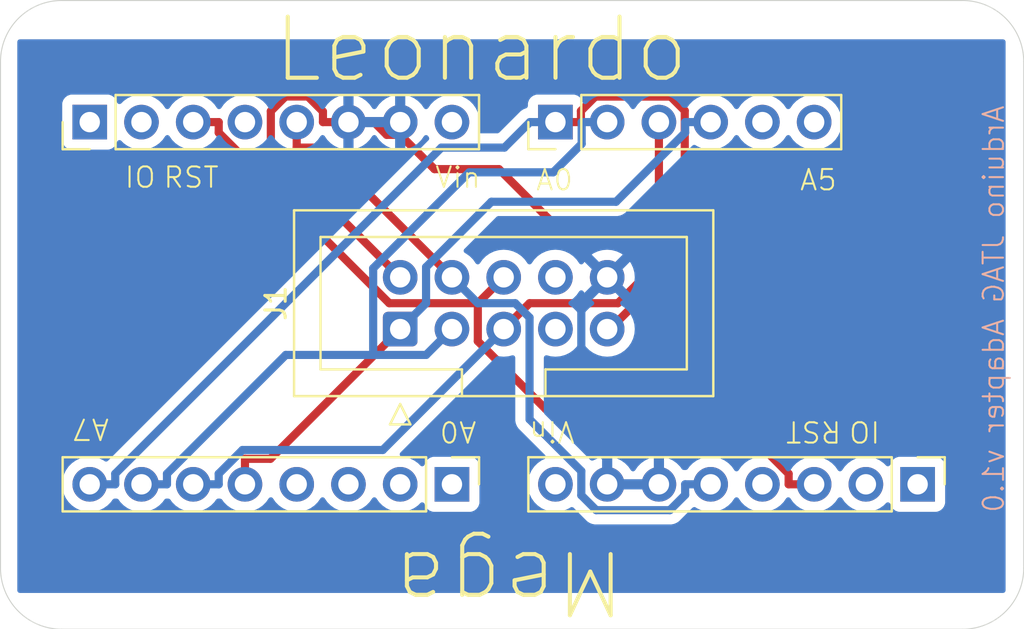
<source format=kicad_pcb>
(kicad_pcb (version 20240108) (generator "pcbnew") (generator_version "8.0")
  (title_block (comment 4 "AISLER Project ID: FUQTLMQN"))
  (layers (0 "F.Cu" signal) (31 "B.Cu" signal) (34 "B.Paste" user) (35 "F.Paste" user) (36 "B.SilkS" user "B.Silkscreen") (37 "F.SilkS" user "F.Silkscreen") (38 "B.Mask" user) (39 "F.Mask" user) (44 "Edge.Cuts" user))
  (net 0 "")
  (net 17 "Net-(J1-VREF)")
  (net 18 "Net-(J1-~{SRST})")
  (net 19 "Net-(J1-TMS)")
  (net 20 "Net-(J1-TDI)")
  (net 21 "Net-(J1-TDO)")
  (net 22 "Net-(J1-TCK)")
  (net 23 "GND")
  (footprint "Connector_PinHeader_2.54mm:PinHeader_1x08_P2.54mm_Vertical" (layer "F.Cu") (at 124.46 71.12 -90)
    (property "Reference" "MA1" (hide yes))
    (property "Value" "Conn_01x08_Pin" (hide yes))
    (fp_line (start -1.33 19.11) (end 1.33 19.11) (stroke (width 0.12)) (layer "F.SilkS"))
    (fp_line (start -1.33 1.27) (end -1.33 19.11) (stroke (width 0.12)) (layer "F.SilkS"))
    (fp_line (start -1.33 1.27) (end 1.33 1.27) (stroke (width 0.12)) (layer "F.SilkS"))
    (fp_line (start 1.33 1.27) (end 1.33 19.11) (stroke (width 0.12)) (layer "F.SilkS"))
    (fp_line (start -1.33 0) (end -1.33 -1.33) (stroke (width 0.12)) (layer "F.SilkS"))
    (fp_line (start -1.33 -1.33) (end 0 -1.33) (stroke (width 0.12)) (layer "F.SilkS"))
    (pad "1" thru_hole rect (at 0 0 270) (size 1.7 1.7) (drill 1) (layers "*.Cu" "*.Mask"))
    (pad "2" thru_hole oval (at 0 2.54 270) (size 1.7 1.7) (drill 1) (layers "*.Cu" "*.Mask"))
    (pad "3" thru_hole oval (at 0 5.08 270) (size 1.7 1.7) (drill 1) (layers "*.Cu" "*.Mask"))
    (pad "4" thru_hole oval (at 0 7.62 270) (size 1.7 1.7) (drill 1) (layers "*.Cu" "*.Mask"))
    (pad "5" thru_hole oval (at 0 10.16 270) (size 1.7 1.7) (drill 1) (layers "*.Cu" "*.Mask") (net 22 "Net-(J1-TCK)"))
    (pad "6" thru_hole oval (at 0 12.7 270) (size 1.7 1.7) (drill 1) (layers "*.Cu" "*.Mask") (net 19 "Net-(J1-TMS)"))
    (pad "7" thru_hole oval (at 0 15.24 270) (size 1.7 1.7) (drill 1) (layers "*.Cu" "*.Mask") (net 21 "Net-(J1-TDO)"))
    (pad "8" thru_hole oval (at 0 17.78 270) (size 1.7 1.7) (drill 1) (layers "*.Cu" "*.Mask") (net 20 "Net-(J1-TDI)"))
  )
  (footprint "Connector_PinHeader_2.54mm:PinHeader_1x06_P2.54mm_Vertical" (layer "F.Cu") (at 129.54 53.34 90)
    (property "Reference" "LA1" (hide yes))
    (property "Value" "Conn_01x06_Pin" (hide yes))
    (fp_line (start -1.33 -1.33) (end 0 -1.33) (stroke (width 0.12)) (layer "F.SilkS"))
    (fp_line (start -1.33 0) (end -1.33 -1.33) (stroke (width 0.12)) (layer "F.SilkS"))
    (fp_line (start 1.33 1.27) (end 1.33 14.03) (stroke (width 0.12)) (layer "F.SilkS"))
    (fp_line (start -1.33 1.27) (end 1.33 1.27) (stroke (width 0.12)) (layer "F.SilkS"))
    (fp_line (start -1.33 1.27) (end -1.33 14.03) (stroke (width 0.12)) (layer "F.SilkS"))
    (fp_line (start -1.33 14.03) (end 1.33 14.03) (stroke (width 0.12)) (layer "F.SilkS"))
    (pad "1" thru_hole rect (at 0 0 90) (size 1.7 1.7) (drill 1) (layers "*.Cu" "*.Mask") (net 20 "Net-(J1-TDI)"))
    (pad "2" thru_hole oval (at 0 2.54 90) (size 1.7 1.7) (drill 1) (layers "*.Cu" "*.Mask") (net 21 "Net-(J1-TDO)"))
    (pad "3" thru_hole oval (at 0 5.08 90) (size 1.7 1.7) (drill 1) (layers "*.Cu" "*.Mask") (net 19 "Net-(J1-TMS)"))
    (pad "4" thru_hole oval (at 0 7.62 90) (size 1.7 1.7) (drill 1) (layers "*.Cu" "*.Mask") (net 22 "Net-(J1-TCK)"))
    (pad "5" thru_hole oval (at 0 10.16 90) (size 1.7 1.7) (drill 1) (layers "*.Cu" "*.Mask"))
    (pad "6" thru_hole oval (at 0 12.7 90) (size 1.7 1.7) (drill 1) (layers "*.Cu" "*.Mask"))
  )
  (footprint "Connector_PinHeader_2.54mm:PinHeader_1x08_P2.54mm_Vertical" (layer "F.Cu") (at 147.32 71.12 -90)
    (property "Reference" "MV1" (hide yes))
    (property "Value" "Conn_01x08_Pin" (hide yes))
    (fp_line (start -1.33 19.11) (end 1.33 19.11) (stroke (width 0.12)) (layer "F.SilkS"))
    (fp_line (start -1.33 1.27) (end -1.33 19.11) (stroke (width 0.12)) (layer "F.SilkS"))
    (fp_line (start -1.33 1.27) (end 1.33 1.27) (stroke (width 0.12)) (layer "F.SilkS"))
    (fp_line (start 1.33 1.27) (end 1.33 19.11) (stroke (width 0.12)) (layer "F.SilkS"))
    (fp_line (start -1.33 0) (end -1.33 -1.33) (stroke (width 0.12)) (layer "F.SilkS"))
    (fp_line (start -1.33 -1.33) (end 0 -1.33) (stroke (width 0.12)) (layer "F.SilkS"))
    (pad "1" thru_hole rect (at 0 0 270) (size 1.7 1.7) (drill 1) (layers "*.Cu" "*.Mask"))
    (pad "2" thru_hole oval (at 0 2.54 270) (size 1.7 1.7) (drill 1) (layers "*.Cu" "*.Mask"))
    (pad "3" thru_hole oval (at 0 5.08 270) (size 1.7 1.7) (drill 1) (layers "*.Cu" "*.Mask") (net 18 "Net-(J1-~{SRST})"))
    (pad "4" thru_hole oval (at 0 7.62 270) (size 1.7 1.7) (drill 1) (layers "*.Cu" "*.Mask"))
    (pad "5" thru_hole oval (at 0 10.16 270) (size 1.7 1.7) (drill 1) (layers "*.Cu" "*.Mask") (net 17 "Net-(J1-VREF)"))
    (pad "6" thru_hole oval (at 0 12.7 270) (size 1.7 1.7) (drill 1) (layers "*.Cu" "*.Mask") (net 23 "GND"))
    (pad "7" thru_hole oval (at 0 15.24 270) (size 1.7 1.7) (drill 1) (layers "*.Cu" "*.Mask") (net 23 "GND"))
    (pad "8" thru_hole oval (at 0 17.78 270) (size 1.7 1.7) (drill 1) (layers "*.Cu" "*.Mask"))
  )
  (footprint "Connector_PinHeader_2.54mm:PinHeader_1x08_P2.54mm_Vertical" (layer "F.Cu") (at 106.68 53.34 90)
    (property "Reference" "LV1" (hide yes))
    (property "Value" "Conn_01x08_Pin" (hide yes))
    (fp_line (start -1.33 -1.33) (end 0 -1.33) (stroke (width 0.12)) (layer "F.SilkS"))
    (fp_line (start -1.33 0) (end -1.33 -1.33) (stroke (width 0.12)) (layer "F.SilkS"))
    (fp_line (start 1.33 1.27) (end 1.33 19.11) (stroke (width 0.12)) (layer "F.SilkS"))
    (fp_line (start -1.33 1.27) (end 1.33 1.27) (stroke (width 0.12)) (layer "F.SilkS"))
    (fp_line (start -1.33 1.27) (end -1.33 19.11) (stroke (width 0.12)) (layer "F.SilkS"))
    (fp_line (start -1.33 19.11) (end 1.33 19.11) (stroke (width 0.12)) (layer "F.SilkS"))
    (pad "1" thru_hole rect (at 0 0 90) (size 1.7 1.7) (drill 1) (layers "*.Cu" "*.Mask"))
    (pad "2" thru_hole oval (at 0 2.54 90) (size 1.7 1.7) (drill 1) (layers "*.Cu" "*.Mask"))
    (pad "3" thru_hole oval (at 0 5.08 90) (size 1.7 1.7) (drill 1) (layers "*.Cu" "*.Mask") (net 18 "Net-(J1-~{SRST})"))
    (pad "4" thru_hole oval (at 0 7.62 90) (size 1.7 1.7) (drill 1) (layers "*.Cu" "*.Mask"))
    (pad "5" thru_hole oval (at 0 10.16 90) (size 1.7 1.7) (drill 1) (layers "*.Cu" "*.Mask") (net 17 "Net-(J1-VREF)"))
    (pad "6" thru_hole oval (at 0 12.7 90) (size 1.7 1.7) (drill 1) (layers "*.Cu" "*.Mask") (net 23 "GND"))
    (pad "7" thru_hole oval (at 0 15.24 90) (size 1.7 1.7) (drill 1) (layers "*.Cu" "*.Mask") (net 23 "GND"))
    (pad "8" thru_hole oval (at 0 17.78 90) (size 1.7 1.7) (drill 1) (layers "*.Cu" "*.Mask"))
  )
  (footprint "Connector_IDC:IDC-Header_2x05_P2.54mm_Vertical" (layer "F.Cu") (at 121.92 63.5 90)
    (property "Reference" "J1" (at 1.27 -6.1 90) (layer "F.SilkS"))
    (property "Value" "AVR-JTAG-10")
    (fp_line (start 5.83 -5.21) (end 5.83 15.37) (stroke (width 0.12)) (layer "F.SilkS"))
    (fp_line (start -3.29 -5.21) (end 5.83 -5.21) (stroke (width 0.12)) (layer "F.SilkS"))
    (fp_line (start 4.52 -3.91) (end 4.52 14.07) (stroke (width 0.12)) (layer "F.SilkS"))
    (fp_line (start -1.98 -3.91) (end 4.52 -3.91) (stroke (width 0.12)) (layer "F.SilkS"))
    (fp_line (start -4.68 -0.5) (end -4.68 0.5) (stroke (width 0.12)) (layer "F.SilkS"))
    (fp_line (start -3.68 0) (end -4.68 -0.5) (stroke (width 0.12)) (layer "F.SilkS"))
    (fp_line (start -4.68 0.5) (end -3.68 0) (stroke (width 0.12)) (layer "F.SilkS"))
    (fp_line (start -1.98 3.03) (end -1.98 -3.91) (stroke (width 0.12)) (layer "F.SilkS"))
    (fp_line (start -3.29 3.03) (end -1.98 3.03) (stroke (width 0.12)) (layer "F.SilkS"))
    (fp_line (start -1.98 7.13) (end -1.98 7.13) (stroke (width 0.12)) (layer "F.SilkS"))
    (fp_line (start -1.98 7.13) (end -3.29 7.13) (stroke (width 0.12)) (layer "F.SilkS"))
    (fp_line (start 4.52 14.07) (end -1.98 14.07) (stroke (width 0.12)) (layer "F.SilkS"))
    (fp_line (start -1.98 14.07) (end -1.98 7.13) (stroke (width 0.12)) (layer "F.SilkS"))
    (fp_line (start 5.83 15.37) (end -3.29 15.37) (stroke (width 0.12)) (layer "F.SilkS"))
    (fp_line (start -3.29 15.37) (end -3.29 -5.21) (stroke (width 0.12)) (layer "F.SilkS"))
    (pad "1" thru_hole roundrect (at 0 0 90) (size 1.7 1.7) (drill 1) (layers "*.Cu" "*.Mask") (roundrect_rratio 0.147059) (net 22 "Net-(J1-TCK)"))
    (pad "2" thru_hole circle (at 2.54 0 90) (size 1.7 1.7) (drill 1) (layers "*.Cu" "*.Mask") (net 23 "GND"))
    (pad "3" thru_hole circle (at 0 2.54 90) (size 1.7 1.7) (drill 1) (layers "*.Cu" "*.Mask") (net 21 "Net-(J1-TDO)"))
    (pad "4" thru_hole circle (at 2.54 2.54 90) (size 1.7 1.7) (drill 1) (layers "*.Cu" "*.Mask") (net 17 "Net-(J1-VREF)"))
    (pad "5" thru_hole circle (at 0 5.08 90) (size 1.7 1.7) (drill 1) (layers "*.Cu" "*.Mask") (net 19 "Net-(J1-TMS)"))
    (pad "6" thru_hole circle (at 2.54 5.08 90) (size 1.7 1.7) (drill 1) (layers "*.Cu" "*.Mask") (net 18 "Net-(J1-~{SRST})"))
    (pad "7" thru_hole circle (at 0 7.62 90) (size 1.7 1.7) (drill 1) (layers "*.Cu" "*.Mask"))
    (pad "8" thru_hole circle (at 2.54 7.62 90) (size 1.7 1.7) (drill 1) (layers "*.Cu" "*.Mask"))
    (pad "9" thru_hole circle (at 0 10.16 90) (size 1.7 1.7) (drill 1) (layers "*.Cu" "*.Mask") (net 20 "Net-(J1-TDI)"))
    (pad "10" thru_hole circle (at 2.54 10.16 90) (size 1.7 1.7) (drill 1) (layers "*.Cu" "*.Mask") (net 23 "GND"))
  )
  (gr_line (start 105.3 47.371) (end 149.527 47.371) (stroke (width 0.05)) (layer "Edge.Cuts"))
  (gr_line (start 149.527 78.232) (end 105.3 78.232) (stroke (width 0.05)) (layer "Edge.Cuts"))
  (gr_line (start 102.3 75.232) (end 102.3 50.371) (stroke (width 0.05)) (layer "Edge.Cuts"))
  (gr_arc (start 152.527 75.232) (mid 151.64832 77.35332) (end 149.527 78.232) (stroke (width 0.05)) (layer "Edge.Cuts"))
  (gr_arc (start 149.527 47.371) (mid 151.64832 48.24968) (end 152.527 50.371) (stroke (width 0.05)) (layer "Edge.Cuts"))
  (gr_line (start 152.527 50.371) (end 152.527 75.232) (stroke (width 0.05)) (layer "Edge.Cuts"))
  (gr_arc (start 105.3 78.232) (mid 103.17868 77.35332) (end 102.3 75.232) (stroke (width 0.05)) (layer "Edge.Cuts"))
  (gr_arc (start 102.3 50.371) (mid 103.17868 48.24968) (end 105.3 47.371) (stroke (width 0.05)) (layer "Edge.Cuts"))
  (gr_text "Arduino JTAG Adapter v1.0" (at 151.638 52.451 90) (layer "B.SilkS") (effects (font (size 1 1) (thickness 0.1)) (justify left bottom mirror)))
  (gr_text "Vin" (at 123.571 56.642 0) (layer "F.SilkS") (effects (font (size 1 1) (thickness 0.1)) (justify left bottom)))
  (gr_text "IO" (at 145.542 67.945 180) (layer "F.SilkS") (effects (font (size 1 1) (thickness 0.1)) (justify left bottom)))
  (gr_text "A0" (at 128.524 56.769 0) (layer "F.SilkS") (effects (font (size 1 1) (thickness 0.1)) (justify left bottom)))
  (gr_text "A7" (at 107.696 67.818 180) (layer "F.SilkS") (effects (font (size 1 1) (thickness 0.1)) (justify left bottom)))
  (gr_text "Vin" (at 130.556 67.945 180) (layer "F.SilkS") (effects (font (size 1 1) (thickness 0.1)) (justify left bottom)))
  (gr_text "RST" (at 143.637 67.945 180) (layer "F.SilkS") (effects (font (size 1 1) (thickness 0.1)) (justify left bottom)))
  (gr_text "Leonardo" (at 115.555 51.54 0) (layer "F.SilkS") (effects (font (size 3 3) (thickness 0.2)) (justify left bottom)))
  (gr_text "IO" (at 108.331 56.642 0) (layer "F.SilkS") (effects (font (size 1 1) (thickness 0.1)) (justify left bottom)))
  (gr_text "A0" (at 125.73 67.945 180) (layer "F.SilkS") (effects (font (size 1 1) (thickness 0.1)) (justify left bottom)))
  (gr_text "Mega" (at 133.096 74.168 180) (layer "F.SilkS") (effects (font (size 3 3) (thickness 0.2)) (justify left bottom)))
  (gr_text "RST" (at 110.236 56.642 0) (layer "F.SilkS") (effects (font (size 1 1) (thickness 0.1)) (justify left bottom)))
  (gr_text "A5" (at 141.478 56.769 0) (layer "F.SilkS") (effects (font (size 1 1) (thickness 0.1)) (justify left bottom)))
  (segment (start 118.0917 54.5917) (end 116.84 54.5917) (width 0.4) (layer "F.Cu") (net 17))
  (segment (start 124.46 60.96) (end 118.0917 54.5917) (width 0.4) (layer "F.Cu") (net 17))
  (segment (start 116.84 53.34) (end 116.84 54.5917) (width 0.4) (layer "F.Cu") (net 17))
  (segment (start 130.8102 70.4702) (end 130.8102 71.6577) (width 0.4) (layer "B.Cu") (net 17))
  (segment (start 130.8102 71.6577) (end 131.5422 72.3897) (width 0.4) (layer "B.Cu") (net 17))
  (segment (start 128.27 67.93) (end 130.8102 70.4702) (width 0.4) (layer "B.Cu") (net 17))
  (segment (start 124.46 60.96) (end 125.73 62.23) (width 0.4) (layer "B.Cu") (net 17))
  (segment (start 135.1573 72.3897) (end 135.9083 71.6387) (width 0.4) (layer "B.Cu") (net 17))
  (segment (start 137.16 71.12) (end 135.9083 71.12) (width 0.4) (layer "B.Cu") (net 17))
  (segment (start 128.27 62.9339) (end 128.27 67.93) (width 0.4) (layer "B.Cu") (net 17))
  (segment (start 127.5661 62.23) (end 128.27 62.9339) (width 0.4) (layer "B.Cu") (net 17))
  (segment (start 131.5422 72.3897) (end 135.1573 72.3897) (width 0.4) (layer "B.Cu") (net 17))
  (segment (start 135.9083 71.6387) (end 135.9083 71.12) (width 0.4) (layer "B.Cu") (net 17))
  (segment (start 125.73 62.23) (end 127.5661 62.23) (width 0.4) (layer "B.Cu") (net 17))
  (segment (start 113.0117 53.34) (end 113.0117 53.8587) (width 0.4) (layer "F.Cu") (net 18))
  (segment (start 137.8175 67.4305) (end 140.9883 70.6013) (width 0.4) (layer "F.Cu") (net 18))
  (segment (start 125.7305 62.2295) (end 125.7305 64.0951) (width 0.4) (layer "F.Cu") (net 18))
  (segment (start 125.7305 62.2295) (end 127 60.96) (width 0.4) (layer "F.Cu") (net 18))
  (segment (start 113.0117 53.8587) (end 121.3825 62.2295) (width 0.4) (layer "F.Cu") (net 18))
  (segment (start 121.3825 62.2295) (end 125.7305 62.2295) (width 0.4) (layer "F.Cu") (net 18))
  (segment (start 129.0659 67.4305) (end 137.8175 67.4305) (width 0.4) (layer "F.Cu") (net 18))
  (segment (start 125.7305 64.0951) (end 129.0659 67.4305) (width 0.4) (layer "F.Cu") (net 18))
  (segment (start 111.76 53.34) (end 113.0117 53.34) (width 0.4) (layer "F.Cu") (net 18))
  (segment (start 140.9883 70.6013) (end 140.9883 71.12) (width 0.4) (layer "F.Cu") (net 18))
  (segment (start 142.24 71.12) (end 140.9883 71.12) (width 0.4) (layer "F.Cu") (net 18))
  (segment (start 132.6076 62.23) (end 128.27 62.23) (width 0.4) (layer "F.Cu") (net 19))
  (segment (start 128.27 62.23) (end 127 63.5) (width 0.4) (layer "F.Cu") (net 19))
  (segment (start 134.62 60.2176) (end 132.6076 62.23) (width 0.4) (layer "F.Cu") (net 19))
  (segment (start 134.62 53.34) (end 134.62 60.2176) (width 0.4) (layer "F.Cu") (net 19))
  (segment (start 113.0117 70.6013) (end 113.0117 71.12) (width 0.4) (layer "B.Cu") (net 19))
  (segment (start 121.0641 69.4359) (end 114.1771 69.4359) (width 0.4) (layer "B.Cu") (net 19))
  (segment (start 111.76 71.12) (end 113.0117 71.12) (width 0.4) (layer "B.Cu") (net 19))
  (segment (start 127 63.5) (end 121.0641 69.4359) (width 0.4) (layer "B.Cu") (net 19))
  (segment (start 114.1771 69.4359) (end 113.0117 70.6013) (width 0.4) (layer "B.Cu") (net 19))
  (segment (start 132.2148 63.5) (end 135.8885 59.8263) (width 0.4) (layer "F.Cu") (net 20))
  (segment (start 130.7917 52.7923) (end 130.7917 53.34) (width 0.4) (layer "F.Cu") (net 20))
  (segment (start 135.8885 52.7811) (end 135.1957 52.0883) (width 0.4) (layer "F.Cu") (net 20))
  (segment (start 132.08 63.5) (end 132.2148 63.5) (width 0.4) (layer "F.Cu") (net 20))
  (segment (start 131.4957 52.0883) (end 130.7917 52.7923) (width 0.4) (layer "F.Cu") (net 20))
  (segment (start 135.8885 59.8263) (end 135.8885 52.7811) (width 0.4) (layer "F.Cu") (net 20))
  (segment (start 135.1957 52.0883) (end 131.4957 52.0883) (width 0.4) (layer "F.Cu") (net 20))
  (segment (start 129.54 53.34) (end 130.7917 53.34) (width 0.4) (layer "F.Cu") (net 20))
  (segment (start 128.2883 53.34) (end 127.0366 54.5917) (width 0.4) (layer "B.Cu") (net 20))
  (segment (start 127.0366 54.5917) (end 123.9413 54.5917) (width 0.4) (layer "B.Cu") (net 20))
  (segment (start 106.68 71.12) (end 107.9317 71.12) (width 0.4) (layer "B.Cu") (net 20))
  (segment (start 129.54 53.34) (end 128.2883 53.34) (width 0.4) (layer "B.Cu") (net 20))
  (segment (start 107.9317 70.6013) (end 107.9317 71.12) (width 0.4) (layer "B.Cu") (net 20))
  (segment (start 123.9413 54.5917) (end 107.9317 70.6013) (width 0.4) (layer "B.Cu") (net 20))
  (segment (start 120.5935 60.5158) (end 125.3046 55.8047) (width 0.4) (layer "B.Cu") (net 21))
  (segment (start 120.5935 64.7691) (end 120.5935 60.5158) (width 0.4) (layer "B.Cu") (net 21))
  (segment (start 124.46 63.5) (end 123.1909 64.7691) (width 0.4) (layer "B.Cu") (net 21))
  (segment (start 129.432 55.8047) (end 130.8283 54.4084) (width 0.4) (layer "B.Cu") (net 21))
  (segment (start 109.22 71.12) (end 110.4717 71.12) (width 0.4) (layer "B.Cu") (net 21))
  (segment (start 125.3046 55.8047) (end 129.432 55.8047) (width 0.4) (layer "B.Cu") (net 21))
  (segment (start 110.4717 70.6013) (end 110.4717 71.12) (width 0.4) (layer "B.Cu") (net 21))
  (segment (start 116.3039 64.7691) (end 110.4717 70.6013) (width 0.4) (layer "B.Cu") (net 21))
  (segment (start 130.8283 54.4084) (end 130.8283 53.34) (width 0.4) (layer "B.Cu") (net 21))
  (segment (start 123.1909 64.7691) (end 120.5935 64.7691) (width 0.4) (layer "B.Cu") (net 21))
  (segment (start 120.5935 64.7691) (end 116.3039 64.7691) (width 0.4) (layer "B.Cu") (net 21))
  (segment (start 132.08 53.34) (end 130.8283 53.34) (width 0.4) (layer "B.Cu") (net 21))
  (segment (start 114.3 71.12) (end 114.3 69.8683) (width 0.4) (layer "F.Cu") (net 22))
  (segment (start 115.5517 69.8683) (end 114.3 69.8683) (width 0.4) (layer "F.Cu") (net 22))
  (segment (start 121.92 63.5) (end 115.5517 69.8683) (width 0.4) (layer "F.Cu") (net 22))
  (segment (start 123.19 60.4571) (end 126.3964 57.2507) (width 0.4) (layer "B.Cu") (net 22))
  (segment (start 121.92 63.5) (end 123.19 62.23) (width 0.4) (layer "B.Cu") (net 22))
  (segment (start 135.9083 53.8587) (end 135.9083 53.34) (width 0.4) (layer "B.Cu") (net 22))
  (segment (start 123.19 62.23) (end 123.19 60.4571) (width 0.4) (layer "B.Cu") (net 22))
  (segment (start 137.16 53.34) (end 135.9083 53.34) (width 0.4) (layer "B.Cu") (net 22))
  (segment (start 126.3964 57.2507) (end 132.5163 57.2507) (width 0.4) (layer "B.Cu") (net 22))
  (segment (start 132.5163 57.2507) (end 135.9083 53.8587) (width 0.4) (layer "B.Cu") (net 22))
  (segment (start 132.08 71.12) (end 134.62 71.12) (width 0.4) (layer "F.Cu") (net 23))
  (segment (start 118.1283 52.8213) (end 118.1283 53.34) (width 0.4) (layer "F.Cu") (net 23))
  (segment (start 121.92 53.9658) (end 121.2575 53.9658) (width 0.4) (layer "F.Cu") (net 23))
  (segment (start 115.57 54.61) (end 115.57 52.8013) (width 0.4) (layer "F.Cu") (net 23))
  (segment (start 121.2575 53.9658) (end 120.6317 53.34) (width 0.4) (layer "F.Cu") (net 23))
  (segment (start 115.57 52.8013) (end 116.2887 52.0826) (width 0.4) (layer "F.Cu") (net 23))
  (segment (start 121.92 60.96) (end 115.57 54.61) (width 0.4) (layer "F.Cu") (net 23))
  (segment (start 123.6022 55.648) (end 121.92 53.9658) (width 0.4) (layer "F.Cu") (net 23))
  (segment (start 121.92 53.34) (end 121.92 53.9658) (width 0.4) (layer "F.Cu") (net 23))
  (segment (start 119.38 53.34) (end 118.1283 53.34) (width 0.4) (layer "F.Cu") (net 23))
  (segment (start 126.768 55.648) (end 123.6022 55.648) (width 0.4) (layer "F.Cu") (net 23))
  (segment (start 119.38 53.34) (end 120.6317 53.34) (width 0.4) (layer "F.Cu") (net 23))
  (segment (start 116.2887 52.0826) (end 117.3896 52.0826) (width 0.4) (layer "F.Cu") (net 23))
  (segment (start 117.3896 52.0826) (end 118.1283 52.8213) (width 0.4) (layer "F.Cu") (net 23))
  (segment (start 132.08 60.96) (end 126.768 55.648) (width 0.4) (layer "F.Cu") (net 23))
  (segment (start 132.08 71.12) (end 132.08 69.8683) (width 0.4) (layer "B.Cu") (net 23))
  (segment (start 130.81 68.5983) (end 130.81 62.23) (width 0.4) (layer "B.Cu") (net 23))
  (segment (start 132.08 69.8683) (end 130.81 68.5983) (width 0.4) (layer "B.Cu") (net 23))
  (segment (start 130.81 62.23) (end 132.08 60.96) (width 0.4) (layer "B.Cu") (net 23))
  (zone (net 23) (net_name "GND") (layer "B.Cu") (connect_pads (clearance 0.5)) (min_thickness 0.25) (fill yes (thermal_gap 0.5) (thermal_bridge_width 0.5))
    (polygon (pts (xy 103.124 49.276) (xy 151.638 49.276) (xy 151.638 76.454) (xy 103.124 76.454)))
  )
)
</source>
